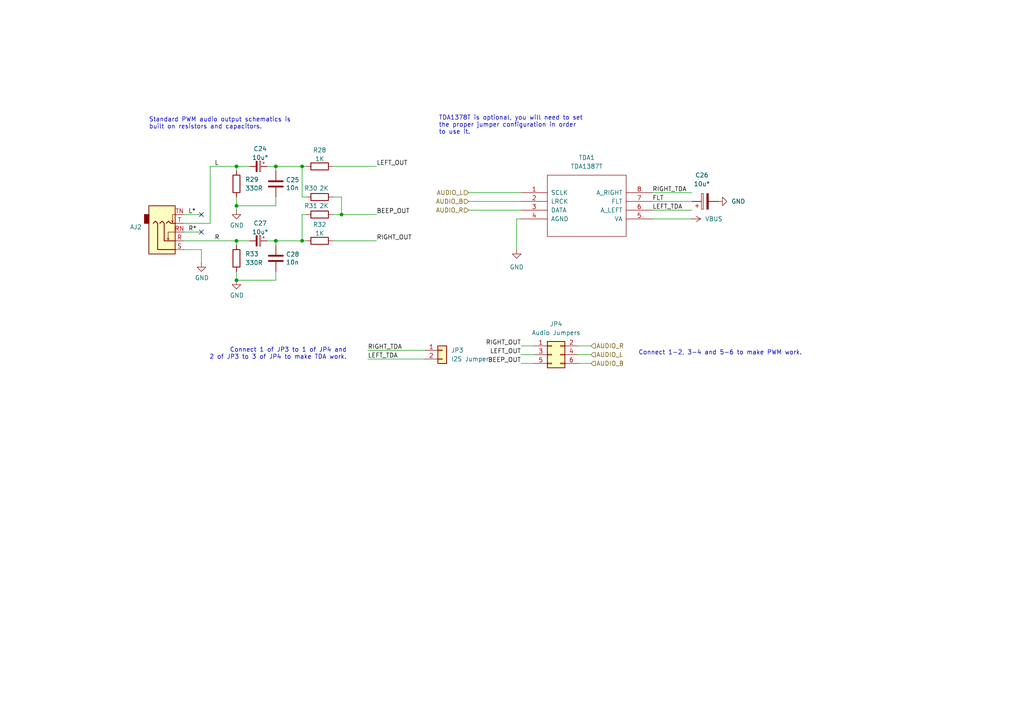
<source format=kicad_sch>
(kicad_sch (version 20231120) (generator "eeschema") (generator_version "8.0")
  (paper "A4")
  (title_block (title "MiniFRANK") (date "2025-01-13") (rev "2.0") (company "Mikhail Matveev") (comment 1 "https://github.com/xtremespb/frank"))
  (lib_symbols
    (symbol "Connector_Generic:Conn_01x02" (pin_names (offset 1.016) hide)
      (property "Reference" "J" (at 0 2.54 0))
      (property "Value" "Conn_01x02" (at 0 -5.08 0))
      (symbol "Conn_01x02_1_1"
        (rectangle (start -1.27 -2.413) (end 0 -2.667) (stroke (width 0.1524)))
        (rectangle (start -1.27 0.127) (end 0 -0.127) (stroke (width 0.1524)))
        (rectangle (start -1.27 1.27) (end 1.27 -3.81) (stroke (width 0.254)) (fill (type background)))
        (pin passive line (at -5.08 0 0) (length 3.81) (name "Pin_1") (number "1"))
        (pin passive line (at -5.08 -2.54 0) (length 3.81) (name "Pin_2") (number "2"))
      )
    )
    (symbol "Connector_Generic:Conn_02x03_Odd_Even" (pin_names (offset 1.016) hide)
      (property "Reference" "J" (at 1.27 5.08 0))
      (property "Value" "Conn_02x03_Odd_Even" (at 1.27 -5.08 0))
      (symbol "Conn_02x03_Odd_Even_1_1"
        (rectangle (start -1.27 -2.413) (end 0 -2.667) (stroke (width 0.1524)))
        (rectangle (start -1.27 0.127) (end 0 -0.127) (stroke (width 0.1524)))
        (rectangle (start -1.27 2.667) (end 0 2.413) (stroke (width 0.1524)))
        (rectangle (start -1.27 3.81) (end 3.81 -3.81) (stroke (width 0.254)) (fill (type background)))
        (rectangle (start 3.81 -2.413) (end 2.54 -2.667) (stroke (width 0.1524)))
        (rectangle (start 3.81 0.127) (end 2.54 -0.127) (stroke (width 0.1524)))
        (rectangle (start 3.81 2.667) (end 2.54 2.413) (stroke (width 0.1524)))
        (pin passive line (at -5.08 2.54 0) (length 3.81) (name "Pin_1") (number "1"))
        (pin passive line (at 7.62 2.54 180) (length 3.81) (name "Pin_2") (number "2"))
        (pin passive line (at -5.08 0 0) (length 3.81) (name "Pin_3") (number "3"))
        (pin passive line (at 7.62 0 180) (length 3.81) (name "Pin_4") (number "4"))
        (pin passive line (at -5.08 -2.54 0) (length 3.81) (name "Pin_5") (number "5"))
        (pin passive line (at 7.62 -2.54 180) (length 3.81) (name "Pin_6") (number "6"))
      )
    )
    (symbol "Device:C" (pin_numbers hide) (pin_names (offset 0.254))
      (property "Reference" "C" (at 0.635 2.54 0))
      (property "Value" "C" (at 0.635 -2.54 0))
      (symbol "C_0_1"
        (polyline (pts (xy -2.032 -0.762) (xy 2.032 -0.762)) (stroke (width 0.508)))
        (polyline (pts (xy -2.032 0.762) (xy 2.032 0.762)) (stroke (width 0.508)))
      )
      (symbol "C_1_1"
        (pin passive line (at 0 3.81 270) (length 2.794) (name "~") (number "1"))
        (pin passive line (at 0 -3.81 90) (length 2.794) (name "~") (number "2"))
      )
    )
    (symbol "Device:C_Polarized" (pin_numbers hide) (pin_names (offset 0.254))
      (property "Reference" "C" (at 0.635 2.54 0))
      (property "Value" "C_Polarized" (at 0.635 -2.54 0))
      (symbol "C_Polarized_0_1"
        (rectangle (start -2.286 0.508) (end 2.286 1.016))
        (polyline (pts (xy -1.778 2.286) (xy -0.762 2.286)))
        (polyline (pts (xy -1.27 2.794) (xy -1.27 1.778)))
        (rectangle (start 2.286 -0.508) (end -2.286 -1.016) (fill (type outline)))
      )
      (symbol "C_Polarized_1_1"
        (pin passive line (at 0 3.81 270) (length 2.794) (name "~") (number "1"))
        (pin passive line (at 0 -3.81 90) (length 2.794) (name "~") (number "2"))
      )
    )
    (symbol "Device:C_Polarized_Small" (pin_numbers hide) (pin_names (offset 0.254) hide)
      (property "Reference" "C" (at 0.254 1.778 0))
      (property "Value" "C_Polarized_Small" (at 0.254 -2.032 0))
      (symbol "C_Polarized_Small_0_1"
        (rectangle (start -1.524 -0.3048) (end 1.524 -0.6858) (fill (type outline)))
        (rectangle (start -1.524 0.6858) (end 1.524 0.3048))
        (polyline (pts (xy -1.27 1.524) (xy -0.762 1.524)))
        (polyline (pts (xy -1.016 1.27) (xy -1.016 1.778)))
      )
      (symbol "C_Polarized_Small_1_1"
        (pin passive line (at 0 2.54 270) (length 1.8542) (name "~") (number "1"))
        (pin passive line (at 0 -2.54 90) (length 1.8542) (name "~") (number "2"))
      )
    )
    (symbol "Device:R" (pin_numbers hide) (pin_names (offset 0))
      (property "Reference" "R" (at 2.032 0 90))
      (property "Value" "R" (at 0 0 90))
      (symbol "R_0_1"
        (rectangle (start -1.016 -2.54) (end 1.016 2.54) (stroke (width 0.254)))
      )
      (symbol "R_1_1"
        (pin passive line (at 0 3.81 270) (length 1.27) (name "~") (number "1"))
        (pin passive line (at 0 -3.81 90) (length 1.27) (name "~") (number "2"))
      )
    )
    (symbol "FRANK:AudioJack_3.5mm"
      (property "Reference" "AJ2" (at -7.1119 -4.0097 0))
      (symbol "AudioJack_3.5mm_0_1"
        (rectangle (start -5.08 -5.08) (end -6.35 -7.62) (stroke (width 0.254)) (fill (type outline)))
        (polyline (pts (xy 0.508 -0.254) (xy 0.762 -0.762)))
        (polyline (pts (xy 1.778 -5.334) (xy 2.032 -5.842)))
        (polyline (pts (xy 0 -5.08) (xy 0.635 -5.715) (xy 1.27 -5.08) (xy 2.54 -5.08)) (stroke (width 0.254)))
        (polyline (pts (xy 2.54 -7.62) (xy 1.778 -7.62) (xy 1.778 -5.334) (xy 1.524 -5.842)))
        (polyline (pts (xy 2.54 -2.54) (xy 0.508 -2.54) (xy 0.508 -0.254) (xy 0.254 -0.762)))
        (polyline (pts (xy -1.905 -5.08) (xy -1.27 -5.715) (xy -0.635 -5.08) (xy -0.635 0) (xy 2.54 0)) (stroke (width 0.254)))
        (polyline (pts (xy 2.54 2.54) (xy -2.54 2.54) (xy -2.54 -5.08) (xy -3.175 -5.715) (xy -3.81 -5.08)) (stroke (width 0.254)))
        (rectangle (start 2.54 3.81) (end -5.08 -10.16) (stroke (width 0.254)) (fill (type background)))
      )
      (symbol "AudioJack_3.5mm_1_1"
        (pin passive line (at 5.08 0 180) (length 2.54) (name "~") (number "R"))
        (pin passive line (at 5.08 -2.54 180) (length 2.54) (name "~") (number "RN"))
        (pin passive line (at 5.08 2.54 180) (length 2.54) (name "~") (number "S"))
        (pin passive line (at 5.08 -5.08 180) (length 2.54) (name "~") (number "T"))
        (pin passive line (at 5.08 -7.62 180) (length 2.54) (name "~") (number "TN"))
      )
    )
    (symbol "FRANK:TDA1387T" (pin_names (offset 1.016))
      (property "Reference" "TDA1" (at 0 13.97 0))
      (property "Value" "TDA1387T" (at 0 11.43 0))
      (symbol "TDA1387T_1_0"
        (rectangle (start -11.43 -8.89) (end 11.43 8.89))
      )
      (symbol "TDA1387T_1_1"
        (pin input line (at -19.05 3.81 0) (length 7.62) (name "SCLK") (number "1"))
        (pin input line (at -19.05 1.27 0) (length 7.62) (name "LRCK") (number "2"))
        (pin input line (at -19.05 -1.27 0) (length 7.62) (name "DATA") (number "3"))
        (pin input line (at -19.05 -3.81 0) (length 7.62) (name "AGND") (number "4"))
        (pin input line (at 19.05 -3.81 180) (length 7.62) (name "VA") (number "5"))
        (pin input line (at 19.05 -1.27 180) (length 7.62) (name "A_LEFT") (number "6"))
        (pin input line (at 19.05 1.27 180) (length 7.62) (name "FLT") (number "7"))
        (pin input line (at 19.05 3.81 180) (length 7.62) (name "A_RIGHT") (number "8"))
      )
    )
    (symbol "GND_1" (power) (pin_numbers hide) (pin_names (offset 0) hide)
      (property "Value" "GND" (at 0 -3.81 0))
      (symbol "GND_1_0_1"
        (polyline (pts (xy 0 0) (xy 0 -1.27) (xy 1.27 -1.27) (xy 0 -2.54) (xy -1.27 -1.27) (xy 0 -1.27)))
      )
      (symbol "GND_1_1_1"
        (pin power_in line (at 0 0 270) (length 0) (name "~") (number "1"))
      )
    )
    (symbol "GND_2" (power) (pin_numbers hide) (pin_names (offset 0) hide)
      (property "Value" "GND" (at 0 -3.81 0))
      (symbol "GND_2_0_1"
        (polyline (pts (xy 0 0) (xy 0 -1.27) (xy 1.27 -1.27) (xy 0 -2.54) (xy -1.27 -1.27) (xy 0 -1.27)))
      )
      (symbol "GND_2_1_1"
        (pin power_in line (at 0 0 270) (length 0) (name "~") (number "1"))
      )
    )
    (symbol "GND_3" (power) (pin_numbers hide) (pin_names (offset 0) hide)
      (property "Value" "GND" (at 0 -3.81 0))
      (symbol "GND_3_0_1"
        (polyline (pts (xy 0 0) (xy 0 -1.27) (xy 1.27 -1.27) (xy 0 -2.54) (xy -1.27 -1.27) (xy 0 -1.27)))
      )
      (symbol "GND_3_1_1"
        (pin power_in line (at 0 0 270) (length 0) (name "~") (number "1"))
      )
    )
    (symbol "GND_6" (power) (pin_numbers hide) (pin_names (offset 0) hide)
      (property "Value" "GND" (at 0 -3.81 0))
      (symbol "GND_6_0_1"
        (polyline (pts (xy 0 0) (xy 0 -1.27) (xy 1.27 -1.27) (xy 0 -2.54) (xy -1.27 -1.27) (xy 0 -1.27)))
      )
      (symbol "GND_6_1_1"
        (pin power_in line (at 0 0 270) (length 0) (name "~") (number "1"))
      )
    )
    (symbol "power:GND" (power) (pin_numbers hide) (pin_names (offset 0) hide)
      (property "Value" "GND" (at 0 -3.81 0))
      (symbol "GND_0_1"
        (polyline (pts (xy 0 0) (xy 0 -1.27) (xy 1.27 -1.27) (xy 0 -2.54) (xy -1.27 -1.27) (xy 0 -1.27)))
      )
      (symbol "GND_1_1"
        (pin power_in line (at 0 0 270) (length 0) (name "~") (number "1"))
      )
    )
    (symbol "power:VBUS" (power) (pin_numbers hide) (pin_names (offset 0) hide)
      (property "Value" "VBUS" (at 0 3.556 0))
      (symbol "VBUS_0_1"
        (polyline (pts (xy -0.762 1.27) (xy 0 2.54)))
        (polyline (pts (xy 0 0) (xy 0 2.54)))
        (polyline (pts (xy 0 2.54) (xy 0.762 1.27)))
      )
      (symbol "VBUS_1_1"
        (pin power_in line (at 0 0 90) (length 0) (name "~") (number "1"))
      )
    )
  )
  (junction (at 68.58 48.26))
  (junction (at 87.63 69.85))
  (junction (at 68.58 59.69))
  (junction (at 99.06 62.23))
  (junction (at 68.58 81.28))
  (junction (at 80.01 69.85))
  (junction (at 68.58 69.85))
  (junction (at 87.63 48.26))
  (junction (at 80.01 48.26))
  (no_connect (at 58.42 62.23))
  (no_connect (at 58.42 67.31))
  (wire (pts (xy 80.01 69.85) (xy 87.63 69.85)))
  (wire (pts (xy 80.01 69.85) (xy 77.47 69.85)))
  (wire (pts (xy 80.01 48.26) (xy 87.63 48.26)))
  (wire (pts (xy 60.96 48.26) (xy 68.58 48.26)))
  (wire (pts (xy 135.89 55.88) (xy 151.13 55.88)))
  (wire (pts (xy 88.9 62.23) (xy 87.63 62.23)))
  (wire (pts (xy 151.13 102.87) (xy 154.94 102.87)))
  (wire (pts (xy 80.01 81.28) (xy 68.58 81.28)))
  (wire (pts (xy 53.34 72.39) (xy 58.42 72.39)))
  (wire (pts (xy 68.58 57.15) (xy 68.58 59.69)))
  (wire (pts (xy 87.63 69.85) (xy 88.9 69.85)))
  (wire (pts (xy 80.01 59.69) (xy 68.58 59.69)))
  (wire (pts (xy 80.01 48.26) (xy 77.47 48.26)))
  (wire (pts (xy 53.34 64.77) (xy 60.96 64.77)))
  (wire (pts (xy 189.23 60.96) (xy 200.66 60.96)))
  (wire (pts (xy 53.34 69.85) (xy 68.58 69.85)))
  (wire (pts (xy 135.89 60.96) (xy 151.13 60.96)))
  (wire (pts (xy 106.68 104.14) (xy 123.19 104.14)))
  (wire (pts (xy 171.45 102.87) (xy 167.64 102.87)))
  (wire (pts (xy 87.63 48.26) (xy 88.9 48.26)))
  (wire (pts (xy 72.39 69.85) (xy 68.58 69.85)))
  (wire (pts (xy 151.13 105.41) (xy 154.94 105.41)))
  (wire (pts (xy 99.06 62.23) (xy 96.52 62.23)))
  (wire (pts (xy 151.13 100.33) (xy 154.94 100.33)))
  (wire (pts (xy 80.01 49.53) (xy 80.01 48.26)))
  (wire (pts (xy 80.01 57.15) (xy 80.01 59.69)))
  (wire (pts (xy 88.9 57.15) (xy 87.63 57.15)))
  (wire (pts (xy 189.23 63.5) (xy 200.66 63.5)))
  (wire (pts (xy 68.58 48.26) (xy 68.58 49.53)))
  (wire (pts (xy 68.58 59.69) (xy 68.58 60.96)))
  (wire (pts (xy 171.45 100.33) (xy 167.64 100.33)))
  (wire (pts (xy 189.23 55.88) (xy 200.66 55.88)))
  (wire (pts (xy 96.52 48.26) (xy 109.22 48.26)))
  (wire (pts (xy 68.58 69.85) (xy 68.58 71.12)))
  (wire (pts (xy 96.52 57.15) (xy 99.06 57.15)))
  (wire (pts (xy 96.52 69.85) (xy 109.22 69.85)))
  (wire (pts (xy 189.23 58.42) (xy 200.66 58.42)))
  (wire (pts (xy 171.45 105.41) (xy 167.64 105.41)))
  (wire (pts (xy 60.96 48.26) (xy 60.96 64.77)))
  (wire (pts (xy 68.58 78.74) (xy 68.58 81.28)))
  (wire (pts (xy 99.06 62.23) (xy 109.22 62.23)))
  (wire (pts (xy 99.06 57.15) (xy 99.06 62.23)))
  (wire (pts (xy 80.01 78.74) (xy 80.01 81.28)))
  (wire (pts (xy 58.42 72.39) (xy 58.42 76.2)))
  (wire (pts (xy 72.39 48.26) (xy 68.58 48.26)))
  (wire (pts (xy 53.34 67.31) (xy 58.42 67.31)))
  (wire (pts (xy 80.01 71.12) (xy 80.01 69.85)))
  (wire (pts (xy 151.13 63.5) (xy 149.86 63.5)))
  (wire (pts (xy 53.34 62.23) (xy 58.42 62.23)))
  (wire (pts (xy 135.89 58.42) (xy 151.13 58.42)))
  (wire (pts (xy 87.63 62.23) (xy 87.63 69.85)))
  (wire (pts (xy 149.86 63.5) (xy 149.86 72.39)))
  (wire (pts (xy 106.68 101.6) (xy 123.19 101.6)))
  (wire (pts (xy 87.63 48.26) (xy 87.63 57.15)))
  (text "TDA1378T is optional, you will need to set\nthe proper jumper configuration in order\nto use it." (at 127.254 36.322 0) (effects (font (size 1.27 1.27)) (justify left)))
  (text "Connect 1 of JP3 to 1 of JP4 and\n2 of JP3 to 3 of JP4 to make TDA work." (at 100.584 102.616 0) (effects (font (size 1.27 1.27)) (justify right)))
  (text "Connect 1-2, 3-4 and 5-6 to make PWM work." (at 185.166 102.362 0) (effects (font (size 1.27 1.27)) (justify left)))
  (text "Standard PWM audio output schematics is\nbuilt on resistors and capacitors." (at 43.18 35.814 0) (effects (font (size 1.27 1.27)) (justify left)))
  (label "LEFT_TDA" (at 106.68 104.14 0))
  (label "LEFT_TDA" (at 189.23 60.96 0))
  (label "L" (at 62.23 48.26 0))
  (label "R" (at 62.23 69.85 0))
  (label "L*" (at 54.61 62.23 0))
  (label "LEFT_OUT" (at 109.22 48.26 0))
  (label "RIGHT_TDA" (at 106.68 101.6 0))
  (label "BEEP_OUT" (at 109.22 62.23 0))
  (label "RIGHT_TDA" (at 189.23 55.88 0))
  (label "FLT" (at 189.23 58.42 0))
  (label "R*" (at 54.61 67.31 0))
  (label "RIGHT_OUT" (at 151.13 100.33 180))
  (label "LEFT_OUT" (at 151.13 102.87 180))
  (label "BEEP_OUT" (at 151.13 105.41 180))
  (label "RIGHT_OUT" (at 109.22 69.85 0))
  (hierarchical_label "AUDIO_B" (shape input) (at 171.45 105.41 0))
  (hierarchical_label "AUDIO_L" (shape input) (at 171.45 102.87 0))
  (hierarchical_label "AUDIO_R" (shape input) (at 171.45 100.33 0))
  (hierarchical_label "AUDIO_L" (shape input) (at 135.89 55.88 180))
  (hierarchical_label "AUDIO_B" (shape input) (at 135.89 58.42 180))
  (hierarchical_label "AUDIO_R" (shape input) (at 135.89 60.96 180))
  (symbol (lib_id "power:GND") (at 149.86 72.39 0) (unit 1)
    (property "Reference" "#PWR060" (effects (hide yes)))
    (property "Value" "GND" (at 149.86 77.47 0))
    (property "Description" "Power symbol creates a global label with name \"GND\" , ground" (effects (hide yes)))
  )
  (symbol (lib_id "Device:R") (at 92.71 57.15 90) (unit 1)
    (property "Reference" "R30" (at 90.17 54.61 90))
    (property "Value" "2K" (at 93.98 54.61 90))
    (property "Footprint" "FRANK:Resistor (0805)" (effects (hide yes)))
  )
  (symbol (lib_id "Device:C_Polarized_Small") (at 74.93 69.85 270) (unit 1)
    (property "Reference" "C27" (at 75.4761 64.7532 90))
    (property "Value" "10u*" (at 75.4761 67.2901 90))
    (property "Footprint" "FRANK:Capacitor (3528, tantalum, polar)" (effects (hide yes)))
  )
  (symbol (lib_id "Device:C_Polarized") (at 204.47 58.42 90) (unit 1)
    (property "Reference" "C26" (at 203.581 50.8 90))
    (property "Value" "10u*" (at 203.581 53.34 90))
    (property "Footprint" "FRANK:Capacitor (3528, tantalum, polar)" (effects (hide yes)))
    (property "Description" "Polarized capacitor" (effects (hide yes)))
  )
  (symbol (lib_id "Device:R") (at 92.71 69.85 90) (unit 1)
    (property "Reference" "R32" (at 92.71 65.1342 90))
    (property "Value" "1K" (at 92.71 67.6711 90))
    (property "Footprint" "FRANK:Resistor (0805)" (effects (hide yes)))
  )
  (symbol (lib_id "Device:R") (at 68.58 74.93 0) (unit 1)
    (property "Reference" "R33" (at 71.12 73.6599 0) (effects (justify left)))
    (property "Value" "330R" (at 71.12 76.1999 0) (effects (justify left)))
    (property "Footprint" "FRANK:Resistor (0805)" (effects (hide yes)))
  )
  (symbol (lib_id "Device:R") (at 92.71 62.23 90) (unit 1)
    (property "Reference" "R31" (at 90.17 59.69 90))
    (property "Value" "2K" (at 93.98 59.69 90))
    (property "Footprint" "FRANK:Resistor (0805)" (effects (hide yes)))
  )
  (symbol (lib_name "GND_3") (lib_id "power:GND") (at 68.58 60.96 0) (unit 1)
    (property "Reference" "#PWR058" (effects (hide yes)))
    (property "Value" "GND" (at 68.707 65.3542 0))
    (property "Description" "Power symbol creates a global label with name \"GND\" , ground" (effects (hide yes)))
  )
  (symbol (lib_id "Device:R") (at 92.71 48.26 90) (unit 1)
    (property "Reference" "R28" (at 92.71 43.5442 90))
    (property "Value" "1K" (at 92.71 46.0811 90))
    (property "Footprint" "FRANK:Resistor (0805)" (effects (hide yes)))
  )
  (symbol (lib_id "FRANK:TDA1387T") (at 170.18 59.69 0) (unit 1)
    (property "Reference" "TDA1" (at 170.18 45.72 0))
    (property "Value" "TDA1387T" (at 170.18 48.26 0))
    (property "Footprint" "FRANK:SOIC-8" (effects (hide yes)))
  )
  (symbol (lib_name "GND_6") (lib_id "power:GND") (at 208.28 58.42 90) (unit 1)
    (property "Reference" "#PWR057" (effects (hide yes)))
    (property "Value" "GND" (at 212.09 58.4199 90) (effects (justify right)))
    (property "Description" "Power symbol creates a global label with name \"GND\" , ground" (effects (hide yes)))
  )
  (symbol (lib_id "FRANK:AudioJack_3.5mm") (at 48.26 69.85 0) (mirror x) (unit 1)
    (property "Reference" "AJ2" (at 41.1481 65.8403 0) (effects (justify right)))
    (property "Value" "Audio Out" (effects (hide yes)))
    (property "Footprint" "FRANK:Jack (3.5mm)" (effects (hide yes)))
    (property "Datasheet" "https://eu.mouser.com/datasheet/2/1628/sj1_353xng-3511142.pdf" (effects (hide yes)))
  )
  (symbol (lib_id "Connector_Generic:Conn_02x03_Odd_Even") (at 160.02 102.87 0) (unit 1)
    (property "Reference" "JP4" (at 161.29 93.98 0))
    (property "Value" "Audio Jumpers" (at 161.29 96.52 0))
    (property "Footprint" "FRANK:Pin Header (2x03)" (effects (hide yes)))
    (property "Description" "Generic connector, double row, 02x03, odd/even pin numbering scheme (row 1 odd numbers, row 2 even numbers), script generated (kicad-library-utils/schlib/autogen/connector/)" (effects (hide yes)))
  )
  (symbol (lib_id "power:VBUS") (at 200.66 63.5 270) (unit 1)
    (property "Reference" "#PWR059" (effects (hide yes)))
    (property "Value" "VBUS" (at 204.47 63.4999 90) (effects (justify left)))
    (property "Description" "Power symbol creates a global label with name \"VBUS\"" (effects (hide yes)))
  )
  (symbol (lib_id "Connector_Generic:Conn_01x02") (at 128.27 101.6 0) (unit 1)
    (property "Reference" "JP3" (at 130.81 101.5999 0) (effects (justify left)))
    (property "Value" "I2S Jumper" (at 130.81 104.1399 0) (effects (justify left)))
    (property "Footprint" "FRANK:Pin Header (1x02)" (effects (hide yes)))
    (property "Description" "Generic connector, single row, 01x02, script generated (kicad-library-utils/schlib/autogen/connector/)" (effects (hide yes)))
  )
  (symbol (lib_id "Device:C") (at 80.01 74.93 0) (unit 1)
    (property "Reference" "C28" (at 82.931 73.7616 0) (effects (justify left)))
    (property "Value" "10n" (at 82.931 76.073 0) (effects (justify left)))
    (property "Footprint" "FRANK:Capacitor (0805)" (effects (hide yes)))
    (property "Datasheet" "https://eu.mouser.com/datasheet/2/40/KGM_X7R-3223212.pdf" (effects (hide yes)))
  )
  (symbol (lib_id "Device:C") (at 80.01 53.34 0) (unit 1)
    (property "Reference" "C25" (at 82.931 52.1716 0) (effects (justify left)))
    (property "Value" "10n" (at 82.931 54.483 0) (effects (justify left)))
    (property "Footprint" "FRANK:Capacitor (0805)" (effects (hide yes)))
    (property "Datasheet" "https://eu.mouser.com/datasheet/2/40/KGM_X7R-3223212.pdf" (effects (hide yes)))
  )
  (symbol (lib_id "Device:C_Polarized_Small") (at 74.93 48.26 270) (unit 1)
    (property "Reference" "C24" (at 75.4761 43.1632 90))
    (property "Value" "10u*" (at 75.4761 45.7001 90))
    (property "Footprint" "FRANK:Capacitor (3528, tantalum, polar)" (effects (hide yes)))
  )
  (symbol (lib_name "GND_2") (lib_id "power:GND") (at 68.58 81.28 0) (unit 1)
    (property "Reference" "#PWR062" (effects (hide yes)))
    (property "Value" "GND" (at 68.707 85.6742 0))
    (property "Description" "Power symbol creates a global label with name \"GND\" , ground" (effects (hide yes)))
  )
  (symbol (lib_id "Device:R") (at 68.58 53.34 0) (unit 1)
    (property "Reference" "R29" (at 71.12 52.0699 0) (effects (justify left)))
    (property "Value" "330R" (at 71.12 54.6099 0) (effects (justify left)))
    (property "Footprint" "FRANK:Resistor (0805)" (effects (hide yes)))
  )
  (symbol (lib_name "GND_1") (lib_id "power:GND") (at 58.42 76.2 0) (unit 1)
    (property "Reference" "#PWR061" (effects (hide yes)))
    (property "Value" "GND" (at 58.547 80.5942 0))
    (property "Description" "Power symbol creates a global label with name \"GND\" , ground" (effects (hide yes)))
  )
)
</source>
